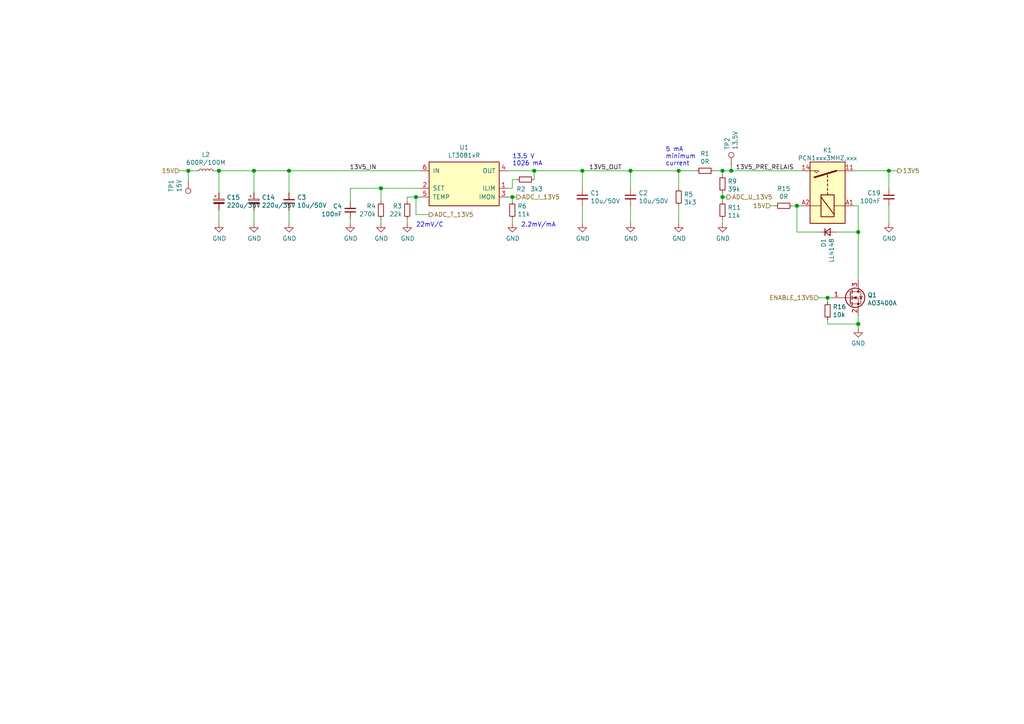
<source format=kicad_sch>
(kicad_sch (version 20211123) (generator eeschema)
  (paper "A4")
  (lib_symbols
    (symbol "Connector:TestPoint" (pin_numbers hide) (pin_names (offset 0.762) hide)
      (property "Reference" "TP" (at 0 6.858 0))
      (property "Value" "TestPoint" (at 0 5.08 0))
      (symbol "TestPoint_0_1"
        (circle (center 0 3.302) (radius 0.762))
      )
      (symbol "TestPoint_1_1"
        (pin passive line (at 0 0 90) (length 2.54) (name "1") (number "1"))
      )
    )
    (symbol "Device:C_Polarized_Small" (pin_numbers hide) (pin_names (offset 0.254) hide)
      (property "Reference" "C" (at 0.254 1.778 0))
      (property "Value" "C_Polarized_Small" (at 0.254 -2.032 0))
      (symbol "C_Polarized_Small_0_1"
        (rectangle (start -1.524 -0.3048) (end 1.524 -0.6858) (fill (type outline)))
        (rectangle (start -1.524 0.6858) (end 1.524 0.3048))
        (polyline (pts (xy -1.27 1.524) (xy -0.762 1.524)))
        (polyline (pts (xy -1.016 1.27) (xy -1.016 1.778)))
      )
      (symbol "C_Polarized_Small_1_1"
        (pin passive line (at 0 2.54 270) (length 1.8542) (name "~") (number "1"))
        (pin passive line (at 0 -2.54 90) (length 1.8542) (name "~") (number "2"))
      )
    )
    (symbol "Device:C_Small" (pin_numbers hide) (pin_names (offset 0.254) hide)
      (property "Reference" "C" (at 0.254 1.778 0))
      (property "Value" "C_Small" (at 0.254 -2.032 0))
      (symbol "C_Small_0_1"
        (polyline (pts (xy -1.524 -0.508) (xy 1.524 -0.508)) (stroke (width 0.3302)))
        (polyline (pts (xy -1.524 0.508) (xy 1.524 0.508)) (stroke (width 0.3048)))
      )
      (symbol "C_Small_1_1"
        (pin passive line (at 0 2.54 270) (length 2.032) (name "~") (number "1"))
        (pin passive line (at 0 -2.54 90) (length 2.032) (name "~") (number "2"))
      )
    )
    (symbol "Device:D_Small" (pin_numbers hide) (pin_names (offset 0.254) hide)
      (property "Reference" "D" (at -1.27 2.032 0))
      (property "Value" "D_Small" (at -3.81 -2.032 0))
      (symbol "D_Small_0_1"
        (polyline (pts (xy -0.762 -1.016) (xy -0.762 1.016)) (stroke (width 0.254)))
        (polyline (pts (xy -0.762 0) (xy 0.762 0)))
        (polyline (pts (xy 0.762 -1.016) (xy -0.762 0) (xy 0.762 1.016) (xy 0.762 -1.016)) (stroke (width 0.254)))
      )
      (symbol "D_Small_1_1"
        (pin passive line (at -2.54 0 0) (length 1.778) (name "K") (number "1"))
        (pin passive line (at 2.54 0 180) (length 1.778) (name "A") (number "2"))
      )
    )
    (symbol "Device:L_Small" (pin_numbers hide) (pin_names (offset 0.254) hide)
      (property "Reference" "L" (at 0.762 1.016 0))
      (property "Value" "L_Small" (at 0.762 -1.016 0))
      (symbol "L_Small_0_1"
        (arc (start 0 -2.032) (mid 0.508 -1.524) (end 0 -1.016))
        (arc (start 0 -1.016) (mid 0.508 -0.508) (end 0 0))
        (arc (start 0 0) (mid 0.508 0.508) (end 0 1.016))
        (arc (start 0 1.016) (mid 0.508 1.524) (end 0 2.032))
      )
      (symbol "L_Small_1_1"
        (pin passive line (at 0 2.54 270) (length 0.508) (name "~") (number "1"))
        (pin passive line (at 0 -2.54 90) (length 0.508) (name "~") (number "2"))
      )
    )
    (symbol "Device:Q_NMOS_GSD" (pin_names (offset 0) hide)
      (property "Reference" "Q" (at 5.08 1.27 0))
      (property "Value" "Q_NMOS_GSD" (at 5.08 -1.27 0))
      (symbol "Q_NMOS_GSD_0_1"
        (polyline (pts (xy 0.254 0) (xy -2.54 0)))
        (polyline (pts (xy 0.254 1.905) (xy 0.254 -1.905)) (stroke (width 0.254)))
        (polyline (pts (xy 0.762 -1.27) (xy 0.762 -2.286)) (stroke (width 0.254)))
        (polyline (pts (xy 0.762 0.508) (xy 0.762 -0.508)) (stroke (width 0.254)))
        (polyline (pts (xy 0.762 2.286) (xy 0.762 1.27)) (stroke (width 0.254)))
        (polyline (pts (xy 2.54 2.54) (xy 2.54 1.778)))
        (polyline (pts (xy 2.54 -2.54) (xy 2.54 0) (xy 0.762 0)))
        (polyline (pts (xy 0.762 -1.778) (xy 3.302 -1.778) (xy 3.302 1.778) (xy 0.762 1.778)))
        (polyline (pts (xy 1.016 0) (xy 2.032 0.381) (xy 2.032 -0.381) (xy 1.016 0)) (fill (type outline)))
        (polyline (pts (xy 2.794 0.508) (xy 2.921 0.381) (xy 3.683 0.381) (xy 3.81 0.254)))
        (polyline (pts (xy 3.302 0.381) (xy 2.921 -0.254) (xy 3.683 -0.254) (xy 3.302 0.381)))
        (circle (center 1.651 0) (radius 2.794) (stroke (width 0.254)))
        (circle (center 2.54 -1.778) (radius 0.254) (fill (type outline)))
        (circle (center 2.54 1.778) (radius 0.254) (fill (type outline)))
      )
      (symbol "Q_NMOS_GSD_1_1"
        (pin input line (at -5.08 0 0) (length 2.54) (name "G") (number "1"))
        (pin passive line (at 2.54 -5.08 90) (length 2.54) (name "S") (number "2"))
        (pin passive line (at 2.54 5.08 270) (length 2.54) (name "D") (number "3"))
      )
    )
    (symbol "Device:R_Small" (pin_numbers hide) (pin_names (offset 0.254) hide)
      (property "Reference" "R" (at 0.762 0.508 0))
      (property "Value" "R_Small" (at 0.762 -1.016 0))
      (symbol "R_Small_0_1"
        (rectangle (start -0.762 1.778) (end 0.762 -1.778) (stroke (width 0.2032)))
      )
      (symbol "R_Small_1_1"
        (pin passive line (at 0 2.54 270) (length 0.762) (name "~") (number "1"))
        (pin passive line (at 0 -2.54 90) (length 0.762) (name "~") (number "2"))
      )
    )
    (symbol "power:GND" (power) (pin_names (offset 0))
      (property "Value" "GND" (at 0 -3.81 0))
      (symbol "GND_0_1"
        (polyline (pts (xy 0 0) (xy 0 -1.27) (xy 1.27 -1.27) (xy 0 -2.54) (xy -1.27 -1.27) (xy 0 -1.27)))
      )
      (symbol "GND_1_1"
        (pin power_in line (at 0 0 270) (length 0) hide (name "GND") (number "1"))
      )
    )
    (symbol "twam-Misc:LT3081xR" (pin_names (offset 1.016))
      (property "Reference" "U" (at -8.89 7.62 0))
      (property "Value" "LT3081xR" (at 6.35 7.62 0))
      (symbol "LT3081xR_1_1"
        (rectangle (start -10.16 6.35) (end 10.16 -6.35) (stroke (width 0.254)) (fill (type background)))
        (pin input line (at 12.7 -1.27 180) (length 2.54) (name "ILIM") (number "1"))
        (pin input line (at -12.7 -1.27 0) (length 2.54) (name "SET") (number "2"))
        (pin output line (at 12.7 -3.81 180) (length 2.54) (name "IMON") (number "3"))
        (pin power_out line (at 12.7 3.81 180) (length 2.54) (name "OUT") (number "4"))
        (pin output line (at -12.7 -3.81 0) (length 2.54) (name "TEMP") (number "5"))
        (pin power_in line (at -12.7 3.81 0) (length 2.54) (name "IN") (number "6"))
        (pin no_connect line (at 0 -8.89 90) (length 2.54) hide (name "NC") (number "7"))
      )
    )
    (symbol "twam-Misc:PCN1xxx3MHZ,xxx"
      (property "Reference" "K" (at 8.89 3.81 0))
      (property "Value" "PCN1xxx3MHZ,xxx" (at 8.89 1.27 0))
      (symbol "PCN1xxx3MHZ,xxx_0_0"
        (polyline (pts (xy 5.08 5.08) (xy 5.08 2.54) (xy 4.445 3.175) (xy 5.08 3.81)))
      )
      (symbol "PCN1xxx3MHZ,xxx_0_1"
        (rectangle (start -10.16 5.08) (end 7.62 -5.08) (stroke (width 0.254)) (fill (type background)))
        (rectangle (start -8.255 1.905) (end -1.905 -1.905) (stroke (width 0.254)))
        (polyline (pts (xy -7.62 -1.905) (xy -2.54 1.905)) (stroke (width 0.254)))
        (polyline (pts (xy -5.08 -5.08) (xy -5.08 -1.905)))
        (polyline (pts (xy -5.08 5.08) (xy -5.08 1.905)))
        (polyline (pts (xy -1.905 0) (xy -1.27 0)) (stroke (width 0.254)))
        (polyline (pts (xy -0.635 0) (xy 0 0)) (stroke (width 0.254)))
        (polyline (pts (xy 0.635 0) (xy 1.27 0)) (stroke (width 0.254)))
        (polyline (pts (xy 1.905 0) (xy 2.54 0)) (stroke (width 0.254)))
        (polyline (pts (xy 3.175 0) (xy 3.81 0)) (stroke (width 0.254)))
        (polyline (pts (xy 5.08 -2.54) (xy 3.175 3.81)) (stroke (width 0.508)))
        (polyline (pts (xy 5.08 -2.54) (xy 5.08 -5.08)))
      )
      (symbol "PCN1xxx3MHZ,xxx_1_1"
        (pin passive line (at 5.08 -7.62 90) (length 2.54) (name "~") (number "11"))
        (pin passive line (at 5.08 7.62 270) (length 2.54) (name "~") (number "14"))
        (pin passive line (at -5.08 -7.62 90) (length 2.54) (name "~") (number "A1"))
        (pin passive line (at -5.08 7.62 270) (length 2.54) (name "~") (number "A2"))
      )
    )
  )
  (junction (at 63.5 49.53) (diameter 1.016))
  (junction (at 73.66 49.53) (diameter 1.016))
  (junction (at 54.61 49.53) (diameter 1.016))
  (junction (at 83.82 49.53) (diameter 1.016))
  (junction (at 248.92 93.98) (diameter 1.016))
  (junction (at 257.81 49.53) (diameter 1.016))
  (junction (at 110.49 54.61) (diameter 1.016))
  (junction (at 196.85 49.53) (diameter 1.016))
  (junction (at 231.14 59.69) (diameter 1.016))
  (junction (at 240.03 86.36) (diameter 1.016))
  (junction (at 154.94 49.53) (diameter 1.016))
  (junction (at 209.55 49.53) (diameter 1.016))
  (junction (at 248.92 67.31) (diameter 1.016))
  (junction (at 148.59 57.15) (diameter 1.016))
  (junction (at 168.91 49.53) (diameter 1.016))
  (junction (at 120.65 57.15) (diameter 1.016))
  (junction (at 209.55 57.15) (diameter 1.016))
  (junction (at 182.88 49.53) (diameter 1.016))
  (junction (at 212.09 49.53) (diameter 1.016))
  (wire (pts (xy 101.6 64.77) (xy 101.6 63.5)))
  (wire (pts (xy 148.59 57.15) (xy 149.86 57.15)))
  (wire (pts (xy 209.55 57.15) (xy 210.82 57.15)))
  (wire (pts (xy 223.52 59.69) (xy 224.79 59.69)))
  (wire (pts (xy 63.5 49.53) (xy 73.66 49.53)))
  (wire (pts (xy 229.87 59.69) (xy 231.14 59.69)))
  (wire (pts (xy 257.81 49.53) (xy 247.65 49.53)))
  (wire (pts (xy 257.81 49.53) (xy 257.81 54.61)))
  (wire (pts (xy 110.49 64.77) (xy 110.49 63.5)))
  (wire (pts (xy 212.09 48.26) (xy 212.09 49.53)))
  (wire (pts (xy 196.85 59.69) (xy 196.85 64.77)))
  (wire (pts (xy 154.94 49.53) (xy 154.94 52.07)))
  (wire (pts (xy 209.55 63.5) (xy 209.55 64.77)))
  (wire (pts (xy 83.82 64.77) (xy 83.82 60.96)))
  (wire (pts (xy 237.49 86.36) (xy 240.03 86.36)))
  (wire (pts (xy 182.88 49.53) (xy 182.88 54.61)))
  (wire (pts (xy 209.55 55.88) (xy 209.55 57.15)))
  (wire (pts (xy 209.55 57.15) (xy 209.55 58.42)))
  (wire (pts (xy 147.32 57.15) (xy 148.59 57.15)))
  (wire (pts (xy 54.61 49.53) (xy 54.61 52.07)))
  (wire (pts (xy 148.59 64.77) (xy 148.59 63.5)))
  (wire (pts (xy 248.92 91.44) (xy 248.92 93.98)))
  (wire (pts (xy 248.92 67.31) (xy 248.92 81.28)))
  (wire (pts (xy 240.03 93.98) (xy 248.92 93.98)))
  (wire (pts (xy 63.5 64.77) (xy 63.5 60.96)))
  (wire (pts (xy 247.65 59.69) (xy 248.92 59.69)))
  (wire (pts (xy 248.92 59.69) (xy 248.92 67.31)))
  (wire (pts (xy 248.92 67.31) (xy 242.57 67.31)))
  (wire (pts (xy 147.32 49.53) (xy 154.94 49.53)))
  (wire (pts (xy 182.88 49.53) (xy 196.85 49.53)))
  (wire (pts (xy 182.88 64.77) (xy 182.88 59.69)))
  (wire (pts (xy 110.49 54.61) (xy 121.92 54.61)))
  (wire (pts (xy 118.11 57.15) (xy 118.11 58.42)))
  (wire (pts (xy 231.14 59.69) (xy 231.14 67.31)))
  (wire (pts (xy 231.14 67.31) (xy 237.49 67.31)))
  (wire (pts (xy 232.41 59.69) (xy 231.14 59.69)))
  (wire (pts (xy 207.01 49.53) (xy 209.55 49.53)))
  (wire (pts (xy 118.11 57.15) (xy 120.65 57.15)))
  (wire (pts (xy 120.65 57.15) (xy 121.92 57.15)))
  (wire (pts (xy 240.03 92.71) (xy 240.03 93.98)))
  (wire (pts (xy 168.91 49.53) (xy 168.91 54.61)))
  (wire (pts (xy 240.03 87.63) (xy 240.03 86.36)))
  (wire (pts (xy 52.07 49.53) (xy 54.61 49.53)))
  (wire (pts (xy 54.61 49.53) (xy 57.15 49.53)))
  (wire (pts (xy 148.59 54.61) (xy 147.32 54.61)))
  (wire (pts (xy 101.6 54.61) (xy 110.49 54.61)))
  (wire (pts (xy 120.65 57.15) (xy 120.65 62.23)))
  (wire (pts (xy 120.65 62.23) (xy 124.46 62.23)))
  (wire (pts (xy 148.59 57.15) (xy 148.59 58.42)))
  (wire (pts (xy 168.91 49.53) (xy 182.88 49.53)))
  (wire (pts (xy 248.92 93.98) (xy 248.92 95.25)))
  (wire (pts (xy 83.82 49.53) (xy 121.92 49.53)))
  (wire (pts (xy 257.81 59.69) (xy 257.81 64.77)))
  (wire (pts (xy 73.66 55.88) (xy 73.66 49.53)))
  (wire (pts (xy 63.5 49.53) (xy 62.23 49.53)))
  (wire (pts (xy 257.81 49.53) (xy 260.35 49.53)))
  (wire (pts (xy 73.66 49.53) (xy 83.82 49.53)))
  (wire (pts (xy 168.91 64.77) (xy 168.91 59.69)))
  (wire (pts (xy 118.11 64.77) (xy 118.11 63.5)))
  (wire (pts (xy 73.66 64.77) (xy 73.66 60.96)))
  (wire (pts (xy 83.82 49.53) (xy 83.82 55.88)))
  (wire (pts (xy 196.85 49.53) (xy 201.93 49.53)))
  (wire (pts (xy 196.85 49.53) (xy 196.85 54.61)))
  (wire (pts (xy 209.55 49.53) (xy 209.55 50.8)))
  (wire (pts (xy 154.94 49.53) (xy 168.91 49.53)))
  (wire (pts (xy 148.59 52.07) (xy 148.59 54.61)))
  (wire (pts (xy 149.86 52.07) (xy 148.59 52.07)))
  (wire (pts (xy 101.6 58.42) (xy 101.6 54.61)))
  (wire (pts (xy 209.55 49.53) (xy 212.09 49.53)))
  (wire (pts (xy 212.09 49.53) (xy 232.41 49.53)))
  (wire (pts (xy 63.5 55.88) (xy 63.5 49.53)))
  (wire (pts (xy 240.03 86.36) (xy 241.3 86.36)))
  (wire (pts (xy 110.49 58.42) (xy 110.49 54.61)))
  (text "2.2mV/mA" (at 151.13 66.04 0) (effects (font (size 1.27 1.27)) (justify left bottom)))
  (text "5 mA\nminimum\ncurrent" (at 193.04 48.26 0) (effects (font (size 1.27 1.27)) (justify left bottom)))
  (text "22mV/C" (at 120.65 66.04 0) (effects (font (size 1.27 1.27)) (justify left bottom)))
  (text "13.5 V\n1026 mA" (at 148.59 48.26 0) (effects (font (size 1.27 1.27)) (justify left bottom)))
  (label "13V5_PRE_RELAIS" (at 213.36 49.53 0))
  (label "13V5_OUT" (at 180.34 49.53 180))
  (label "13V5_IN" (at 109.22 49.53 180))
  (hierarchical_label "ADC_U_13V5" (shape output) (at 210.82 57.15 0))
  (hierarchical_label "ADC_T_13V5" (shape output) (at 124.46 62.23 0))
  (hierarchical_label "15V" (shape input) (at 223.52 59.69 180))
  (hierarchical_label "13V5" (shape output) (at 260.35 49.53 0))
  (hierarchical_label "ADC_I_13V5" (shape output) (at 149.86 57.15 0))
  (hierarchical_label "15V" (shape input) (at 52.07 49.53 180))
  (hierarchical_label "ENABLE_13V5" (shape input) (at 237.49 86.36 180))
  (symbol (lib_id "Device:C_Polarized_Small") (at 63.5 58.42 0) (unit 1)
    (property "Reference" "C15" (at 65.7352 57.2516 0) (effects (justify left)))
    (property "Value" "220u/35V" (at 65.7352 59.563 0) (effects (justify left)))
    (property "Footprint" "Capacitor_THT:CP_Radial_D8.0mm_P3.50mm" (effects hide))
    (property "LCSC" "C201212" (effects hide))
  )
  (symbol (lib_id "power:GND") (at 110.49 64.77 0) (unit 1)
    (property "Reference" "#PWR0105" (effects hide))
    (property "Value" "GND" (at 110.617 69.1642 0))
  )
  (symbol (lib_id "Device:C_Small") (at 83.82 58.42 180) (unit 1)
    (property "Reference" "C3" (at 86.1314 57.2516 0) (effects (justify right)))
    (property "Value" "10u/50V" (at 86.1314 59.563 0) (effects (justify right)))
    (property "Footprint" "Capacitor_SMD:C_1206_3216Metric" (effects hide))
    (property "LCSC" "C13585" (effects hide))
  )
  (symbol (lib_id "Device:R_Small") (at 209.55 53.34 0) (unit 1)
    (property "Reference" "R9" (at 211.0487 52.5791 0) (effects (justify left)))
    (property "Value" "39k" (at 211.0487 54.8778 0) (effects (justify left)))
    (property "Footprint" "Resistor_SMD:R_0805_2012Metric" (effects hide))
    (property "LCSC" "C25826" (effects hide))
  )
  (symbol (lib_id "power:GND") (at 248.92 95.25 0) (unit 1)
    (property "Reference" "#PWR0110" (effects hide))
    (property "Value" "GND" (at 248.92 99.5744 0))
  )
  (symbol (lib_id "twam-Misc:PCN1xxx3MHZ,xxx") (at 240.03 54.61 90) (unit 1)
    (property "Reference" "K1" (at 240.03 43.5568 90))
    (property "Value" "PCN1xxx3MHZ,xxx" (at 240.03 45.8555 90))
    (property "Footprint" "twam-Misc:PCN1xxx3MHZ,xxx" (effects hide))
  )
  (symbol (lib_id "power:GND") (at 101.6 64.77 0) (unit 1)
    (property "Reference" "#PWR0133" (effects hide))
    (property "Value" "GND" (at 101.727 69.1642 0))
  )
  (symbol (lib_id "power:GND") (at 118.11 64.77 0) (unit 1)
    (property "Reference" "#PWR0103" (effects hide))
    (property "Value" "GND" (at 118.237 69.1642 0))
  )
  (symbol (lib_id "Device:C_Small") (at 168.91 57.15 0) (unit 1)
    (property "Reference" "C1" (at 171.2468 55.9816 0) (effects (justify left)))
    (property "Value" "10u/50V" (at 171.2468 58.293 0) (effects (justify left)))
    (property "Footprint" "Capacitor_SMD:C_1206_3216Metric" (effects hide))
    (property "LCSC" "C13585" (effects hide))
  )
  (symbol (lib_id "Connector:TestPoint") (at 54.61 52.07 180) (unit 1)
    (property "Reference" "TP1" (at 49.657 53.8988 90))
    (property "Value" "15V" (at 51.9684 53.8988 90))
    (property "Footprint" "TestPoint:TestPoint_Pad_D2.0mm" (effects hide))
  )
  (symbol (lib_id "Device:R_Small") (at 196.85 57.15 0) (unit 1)
    (property "Reference" "R5" (at 198.3487 56.3891 0) (effects (justify left)))
    (property "Value" "3k3" (at 198.3487 58.6878 0) (effects (justify left)))
    (property "Footprint" "Resistor_SMD:R_0805_2012Metric" (effects hide))
    (property "LCSC" "C26010" (effects hide))
  )
  (symbol (lib_id "Device:R_Small") (at 118.11 60.96 0) (mirror x) (unit 1)
    (property "Reference" "R3" (at 116.6114 59.7916 0) (effects (justify right)))
    (property "Value" "22k" (at 116.6114 62.103 0) (effects (justify right)))
    (property "Footprint" "Resistor_SMD:R_0805_2012Metric" (effects hide))
    (property "LCSC" "C17560" (effects hide))
  )
  (symbol (lib_id "power:GND") (at 73.66 64.77 0) (unit 1)
    (property "Reference" "#PWR0150" (effects hide))
    (property "Value" "GND" (at 73.787 69.1642 0))
  )
  (symbol (lib_id "Device:C_Polarized_Small") (at 73.66 58.42 0) (unit 1)
    (property "Reference" "C14" (at 75.8952 57.2516 0) (effects (justify left)))
    (property "Value" "220u/35V" (at 75.8952 59.563 0) (effects (justify left)))
    (property "Footprint" "Capacitor_THT:CP_Radial_D8.0mm_P3.50mm" (effects hide))
    (property "LCSC" "C201212" (effects hide))
  )
  (symbol (lib_id "Device:R_Small") (at 204.47 49.53 270) (unit 1)
    (property "Reference" "R1" (at 204.47 44.5516 90))
    (property "Value" "0R" (at 204.47 46.863 90))
    (property "Footprint" "Resistor_SMD:R_0805_2012Metric" (effects hide))
    (property "LCSC" "C17477" (effects hide))
  )
  (symbol (lib_id "Device:R_Small") (at 152.4 52.07 270) (unit 1)
    (property "Reference" "R2" (at 149.7584 54.8386 90) (effects (justify left)))
    (property "Value" "3k3" (at 153.797 54.8386 90) (effects (justify left)))
    (property "Footprint" "Resistor_SMD:R_0805_2012Metric" (effects hide))
    (property "LCSC" "C26010" (effects hide))
  )
  (symbol (lib_id "Device:R_Small") (at 227.33 59.69 270) (unit 1)
    (property "Reference" "R15" (at 227.33 54.7116 90))
    (property "Value" "0R" (at 227.33 57.023 90))
    (property "Footprint" "Resistor_SMD:R_0805_2012Metric" (effects hide))
    (property "LCSC" "C17477" (effects hide))
  )
  (symbol (lib_id "Device:R_Small") (at 148.59 60.96 0) (unit 1)
    (property "Reference" "R6" (at 150.0886 59.7916 0) (effects (justify left)))
    (property "Value" "11k" (at 150.0886 62.103 0) (effects (justify left)))
    (property "Footprint" "Resistor_SMD:R_0805_2012Metric" (effects hide))
    (property "LCSC" "C17429" (effects hide))
  )
  (symbol (lib_id "Device:R_Small") (at 110.49 60.96 0) (mirror x) (unit 1)
    (property "Reference" "R4" (at 109.0168 59.7916 0) (effects (justify right)))
    (property "Value" "270k" (at 109.0168 62.103 0) (effects (justify right)))
    (property "Footprint" "Resistor_SMD:R_0805_2012Metric" (effects hide))
    (property "LCSC" "C17589" (effects hide))
  )
  (symbol (lib_id "power:GND") (at 209.55 64.77 0) (unit 1)
    (property "Reference" "#PWR0102" (effects hide))
    (property "Value" "GND" (at 209.677 69.1642 0))
  )
  (symbol (lib_id "Device:C_Small") (at 257.81 57.15 0) (mirror x) (unit 1)
    (property "Reference" "C19" (at 255.4732 55.9816 0) (effects (justify right)))
    (property "Value" "100nF" (at 255.4732 58.293 0) (effects (justify right)))
    (property "Footprint" "Capacitor_SMD:C_0805_2012Metric" (effects hide))
    (property "LCSC" "C49678" (effects hide))
  )
  (symbol (lib_id "Device:D_Small") (at 240.03 67.31 0) (mirror x) (unit 1)
    (property "Reference" "D1" (at 238.8616 69.088 90) (effects (justify left)))
    (property "Value" "LL4148" (at 241.173 69.088 90) (effects (justify left)))
    (property "Footprint" "Diode_SMD:D_MiniMELF" (effects hide))
    (property "LCSC" "C9808" (effects hide))
  )
  (symbol (lib_id "power:GND") (at 148.59 64.77 0) (unit 1)
    (property "Reference" "#PWR0125" (effects hide))
    (property "Value" "GND" (at 148.717 69.1642 0))
  )
  (symbol (lib_id "power:GND") (at 196.85 64.77 0) (unit 1)
    (property "Reference" "#PWR0106" (effects hide))
    (property "Value" "GND" (at 196.977 69.1642 0))
  )
  (symbol (lib_id "Device:R_Small") (at 209.55 60.96 0) (unit 1)
    (property "Reference" "R11" (at 211.0487 60.1991 0) (effects (justify left)))
    (property "Value" "11k" (at 211.0487 62.4978 0) (effects (justify left)))
    (property "Footprint" "Resistor_SMD:R_0805_2012Metric" (effects hide))
    (property "LCSC" "C17429" (effects hide))
  )
  (symbol (lib_id "power:GND") (at 83.82 64.77 0) (unit 1)
    (property "Reference" "#PWR0123" (effects hide))
    (property "Value" "GND" (at 83.947 69.1642 0))
  )
  (symbol (lib_id "Device:R_Small") (at 240.03 90.17 0) (unit 1)
    (property "Reference" "R16" (at 241.5286 89.0016 0) (effects (justify left)))
    (property "Value" "10k" (at 241.5286 91.313 0) (effects (justify left)))
    (property "Footprint" "Resistor_SMD:R_0805_2012Metric" (effects hide))
    (property "LCSC" "C17414" (effects hide))
  )
  (symbol (lib_id "Device:C_Small") (at 101.6 60.96 0) (mirror x) (unit 1)
    (property "Reference" "C4" (at 99.2632 59.7916 0) (effects (justify right)))
    (property "Value" "100nF" (at 99.2632 62.103 0) (effects (justify right)))
    (property "Footprint" "Capacitor_SMD:C_0805_2012Metric" (effects hide))
    (property "LCSC" "C49678" (effects hide))
  )
  (symbol (lib_id "twam-Misc:LT3081xR") (at 134.62 53.34 0) (unit 1)
    (property "Reference" "U1" (at 134.62 42.7482 0))
    (property "Value" "LT3081xR" (at 134.62 45.0596 0))
    (property "Footprint" "Package_TO_SOT_THT:TO-220-7_P2.54x3.8mm_StaggerOdd_Lead5.85mm_TabDown" (effects hide))
  )
  (symbol (lib_id "power:GND") (at 63.5 64.77 0) (unit 1)
    (property "Reference" "#PWR0149" (effects hide))
    (property "Value" "GND" (at 63.627 69.1642 0))
  )
  (symbol (lib_id "power:GND") (at 168.91 64.77 0) (unit 1)
    (property "Reference" "#PWR0111" (effects hide))
    (property "Value" "GND" (at 169.037 69.1642 0))
  )
  (symbol (lib_id "Connector:TestPoint") (at 212.09 48.26 0) (unit 1)
    (property "Reference" "TP2" (at 210.9216 43.4848 90) (effects (justify left)))
    (property "Value" "13.5V" (at 213.233 43.4848 90) (effects (justify left)))
    (property "Footprint" "TestPoint:TestPoint_Pad_D2.0mm" (effects hide))
  )
  (symbol (lib_id "Device:L_Small") (at 59.69 49.53 90) (unit 1)
    (property "Reference" "L2" (at 59.69 44.831 90))
    (property "Value" "600R/100M" (at 59.69 47.1424 90))
    (property "Footprint" "Inductor_SMD:L_0805_2012Metric" (effects hide))
    (property "LCSC" "C1017" (effects hide))
  )
  (symbol (lib_id "Device:C_Small") (at 182.88 57.15 0) (unit 1)
    (property "Reference" "C2" (at 185.2168 55.9816 0) (effects (justify left)))
    (property "Value" "10u/50V" (at 185.2168 58.293 0) (effects (justify left)))
    (property "Footprint" "Capacitor_SMD:C_1206_3216Metric" (effects hide))
    (property "LCSC" "C13585" (effects hide))
  )
  (symbol (lib_id "Device:Q_NMOS_GSD") (at 246.38 86.36 0) (unit 1)
    (property "Reference" "Q1" (at 251.5871 85.5991 0) (effects (justify left)))
    (property "Value" "AO3400A" (at 251.5871 87.8978 0) (effects (justify left)))
    (property "Footprint" "Package_TO_SOT_SMD:TSOT-23" (effects hide))
    (property "LCSC" "C20917" (effects hide))
  )
  (symbol (lib_id "power:GND") (at 257.81 64.77 0) (unit 1)
    (property "Reference" "#PWR0108" (effects hide))
    (property "Value" "GND" (at 257.937 69.1642 0))
  )
  (symbol (lib_id "power:GND") (at 182.88 64.77 0) (unit 1)
    (property "Reference" "#PWR0112" (effects hide))
    (property "Value" "GND" (at 183.007 69.1642 0))
  )
)
</source>
